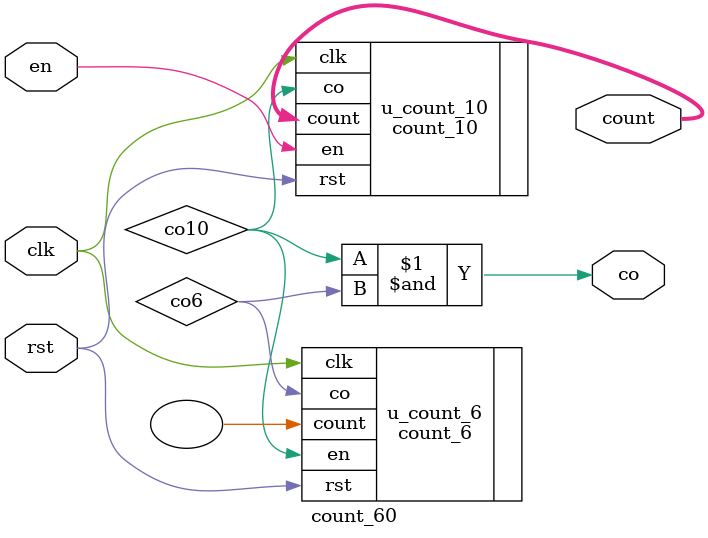
<source format=v>
module count_60(
    input wire rst,
    input wire clk,
    input wire en,
    output wire [3:0] count,
    output wire co
);
    wire co10,co6;
    
    count_10 u_count_10(
    	.rst   (rst   ),
        .clk   (clk   ),
        .en    (en    ),
        .count (count ),
        .co    (co10  )
    );
    
    count_6 u_count_6(
    	.rst   (rst   ),
        .clk   (clk   ),
        .en    (co10  ),
        .count (),
        .co    (co6   )
    );
    assign co = co10 & co6;
endmodule
</source>
